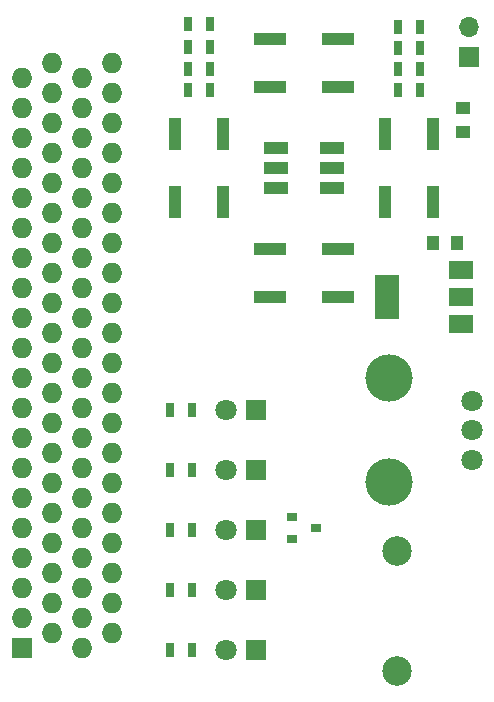
<source format=gbr>
G04 #@! TF.FileFunction,Soldermask,Top*
%FSLAX46Y46*%
G04 Gerber Fmt 4.6, Leading zero omitted, Abs format (unit mm)*
G04 Created by KiCad (PCBNEW 4.0.6) date Thursday, August 24, 2017 'PMt' 06:25:28 PM*
%MOMM*%
%LPD*%
G01*
G04 APERTURE LIST*
%ADD10C,0.100000*%
%ADD11C,2.499360*%
%ADD12R,1.000000X1.250000*%
%ADD13R,1.250000X1.000000*%
%ADD14R,1.800000X1.800000*%
%ADD15C,1.800000*%
%ADD16R,2.000000X1.100000*%
%ADD17O,1.727200X1.727200*%
%ADD18R,1.727200X1.727200*%
%ADD19R,1.700000X1.700000*%
%ADD20O,1.700000X1.700000*%
%ADD21R,0.700000X1.300000*%
%ADD22C,4.000000*%
%ADD23R,2.750000X1.000000*%
%ADD24R,1.000000X2.750000*%
%ADD25R,0.900000X0.800000*%
%ADD26R,2.000000X3.800000*%
%ADD27R,2.000000X1.500000*%
G04 APERTURE END LIST*
D10*
D11*
X78740000Y-114935000D03*
X78740000Y-125095000D03*
D12*
X83804000Y-88900000D03*
X81804000Y-88900000D03*
D13*
X84328000Y-77486000D03*
X84328000Y-79486000D03*
D14*
X66802000Y-102997000D03*
D15*
X64262000Y-102997000D03*
D14*
X66802000Y-118237000D03*
D15*
X64262000Y-118237000D03*
D14*
X66802000Y-113157000D03*
D15*
X64262000Y-113157000D03*
D14*
X66802000Y-123317000D03*
D15*
X64262000Y-123317000D03*
D14*
X66802000Y-108077000D03*
D15*
X64262000Y-108077000D03*
D16*
X68466000Y-80850000D03*
X68466000Y-82550000D03*
X68466000Y-84250000D03*
X73266000Y-84250000D03*
X73266000Y-82550000D03*
X73266000Y-80850000D03*
D17*
X54610000Y-73660000D03*
X52070000Y-74930000D03*
X54610000Y-76200000D03*
X52070000Y-77470000D03*
X54610000Y-78740000D03*
X52070000Y-80010000D03*
X54610000Y-81280000D03*
X52070000Y-82550000D03*
X54610000Y-83820000D03*
X52070000Y-85090000D03*
X54610000Y-86360000D03*
X52070000Y-87630000D03*
X54610000Y-88900000D03*
X52070000Y-90170000D03*
X54610000Y-91440000D03*
X52070000Y-92710000D03*
X54610000Y-93980000D03*
X52070000Y-95250000D03*
X49530000Y-96520000D03*
X49530000Y-93980000D03*
X49530000Y-91440000D03*
X49530000Y-88900000D03*
X49530000Y-86360000D03*
X49530000Y-83820000D03*
X49530000Y-81280000D03*
X49530000Y-78740000D03*
X49530000Y-76200000D03*
X49530000Y-73660000D03*
X46990000Y-95250000D03*
X46990000Y-92710000D03*
X46990000Y-90170000D03*
X46990000Y-87630000D03*
X46990000Y-85090000D03*
X46990000Y-82550000D03*
X46990000Y-80010000D03*
X46990000Y-77470000D03*
X46990000Y-74930000D03*
X54610000Y-96520000D03*
X54610000Y-121920000D03*
X52070000Y-123190000D03*
X46990000Y-97790000D03*
X46990000Y-100330000D03*
X46990000Y-102870000D03*
X46990000Y-105410000D03*
X46990000Y-107950000D03*
X46990000Y-110490000D03*
X46990000Y-113030000D03*
X46990000Y-115570000D03*
X46990000Y-118110000D03*
X46990000Y-120650000D03*
X49530000Y-99060000D03*
X49530000Y-101600000D03*
X49530000Y-104140000D03*
X49530000Y-106680000D03*
X49530000Y-109220000D03*
X49530000Y-111760000D03*
X49530000Y-114300000D03*
X49530000Y-116840000D03*
X49530000Y-119380000D03*
X49530000Y-121920000D03*
D18*
X46990000Y-123190000D03*
D17*
X52070000Y-120650000D03*
X54610000Y-119380000D03*
X52070000Y-118110000D03*
X54610000Y-116840000D03*
X52070000Y-115570000D03*
X54610000Y-114300000D03*
X52070000Y-113030000D03*
X54610000Y-111760000D03*
X52070000Y-110490000D03*
X54610000Y-109220000D03*
X52070000Y-107950000D03*
X54610000Y-106680000D03*
X52070000Y-105410000D03*
X54610000Y-104140000D03*
X52070000Y-102870000D03*
X54610000Y-101600000D03*
X52070000Y-100330000D03*
X54610000Y-99060000D03*
X52070000Y-97790000D03*
D19*
X84836000Y-73152000D03*
D20*
X84836000Y-70612000D03*
D21*
X61402000Y-102997000D03*
X59502000Y-102997000D03*
X61402000Y-118237000D03*
X59502000Y-118237000D03*
X61402000Y-113157000D03*
X59502000Y-113157000D03*
X61402000Y-123317000D03*
X59502000Y-123317000D03*
X61402000Y-108077000D03*
X59502000Y-108077000D03*
X62926000Y-70358000D03*
X61026000Y-70358000D03*
X62926000Y-72263000D03*
X61026000Y-72263000D03*
X62926000Y-74168000D03*
X61026000Y-74168000D03*
X61026000Y-75946000D03*
X62926000Y-75946000D03*
X80706000Y-74168000D03*
X78806000Y-74168000D03*
X80706000Y-70612000D03*
X78806000Y-70612000D03*
X80706000Y-75946000D03*
X78806000Y-75946000D03*
X80706000Y-72390000D03*
X78806000Y-72390000D03*
D15*
X85090000Y-107235000D03*
X85090000Y-104735000D03*
X85090000Y-102235000D03*
D22*
X78090000Y-109135000D03*
X78090000Y-100335000D03*
D23*
X67986000Y-75660000D03*
X73746000Y-75660000D03*
X73746000Y-71660000D03*
X67986000Y-71660000D03*
D24*
X63976000Y-85430000D03*
X63976000Y-79670000D03*
X59976000Y-79670000D03*
X59976000Y-85430000D03*
X77756000Y-79670000D03*
X77756000Y-85430000D03*
X81756000Y-85430000D03*
X81756000Y-79670000D03*
D23*
X73746000Y-89440000D03*
X67986000Y-89440000D03*
X67986000Y-93440000D03*
X73746000Y-93440000D03*
D25*
X69866000Y-112080000D03*
X69866000Y-113980000D03*
X71866000Y-113030000D03*
D26*
X77876000Y-93472000D03*
D27*
X84176000Y-93472000D03*
X84176000Y-91172000D03*
X84176000Y-95772000D03*
M02*

</source>
